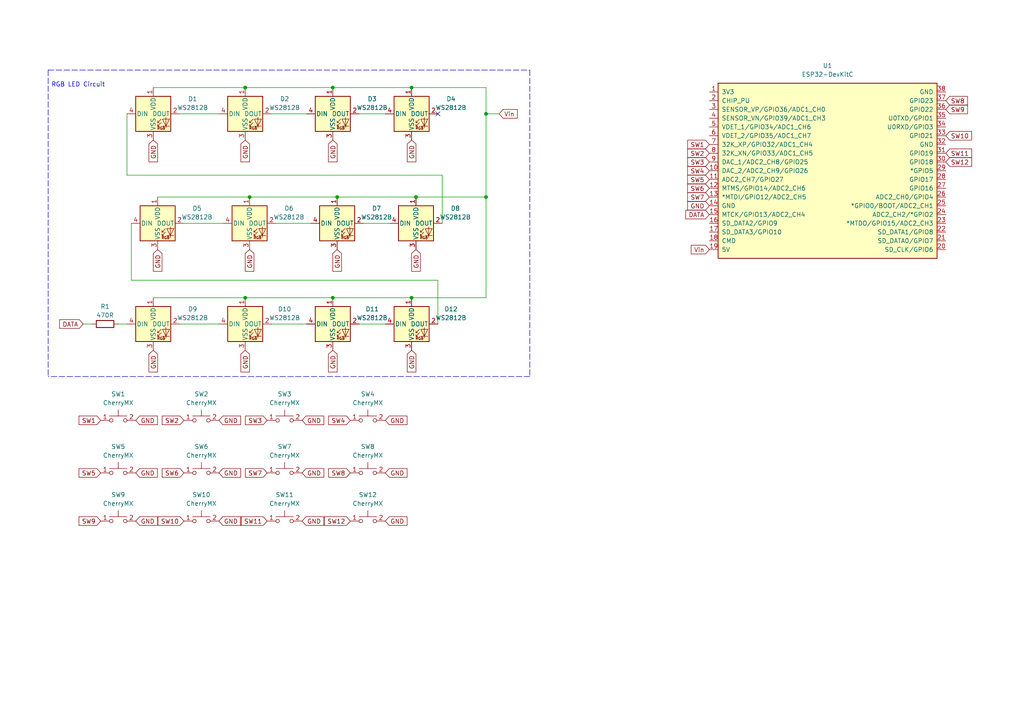
<source format=kicad_sch>
(kicad_sch (version 20211123) (generator eeschema)
  (paper "A4")
  (lib_symbols
    (symbol "CherryMX:CherryMX" (pin_names (offset 0.254))
      (property "Reference" "SW" (at 2.54 3.175 0))
      (property "Value" "CherryMX" (at 0 -1.905 0))
      (symbol "CherryMX_1_1"
        (circle (center -2.032 0) (radius 0.508))
        (polyline (pts (xy 0 1.27) (xy 0 3.048)))
        (polyline (pts (xy 2.54 1.27) (xy -2.54 1.27)))
        (circle (center 2.032 0) (radius 0.508))
        (pin passive line (at -5.08 0 0) (length 2.54) (name "~") (number "1"))
        (pin passive line (at 5.08 0 180) (length 2.54) (name "~") (number "2"))
      )
    )
    (symbol "Device:R" (pin_numbers hide) (pin_names (offset 0))
      (property "Reference" "R" (at 2.032 0 90))
      (property "Value" "R" (at 0 0 90))
      (symbol "R_0_1"
        (rectangle (start -1.016 -2.54) (end 1.016 2.54) (stroke (width 0.254)))
      )
      (symbol "R_1_1"
        (pin passive line (at 0 3.81 270) (length 1.27) (name "~") (number "1"))
        (pin passive line (at 0 -3.81 90) (length 1.27) (name "~") (number "2"))
      )
    )
    (symbol "Espressif:ESP32-DevKitC" (pin_names (offset 1.016))
      (property "Reference" "U" (at -30.48 30.48 0))
      (property "Value" "ESP32-DevKitC" (at -30.48 27.94 0))
      (symbol "ESP32-DevKitC_0_0"
        (pin power_in line (at -33.02 -10.16 0) (length 2.54) (name "GND") (number "14"))
        (pin power_in line (at -33.02 -22.86 0) (length 2.54) (name "5V") (number "19"))
      )
      (symbol "ESP32-DevKitC_0_1"
        (rectangle (start -30.48 25.4) (end 33.02 -25.4) (stroke (width 0.254)) (fill (type background)))
      )
      (symbol "ESP32-DevKitC_1_1"
        (pin power_in line (at -33.02 22.86 0) (length 2.54) (name "3V3") (number "1"))
        (pin bidirectional line (at -33.02 0 0) (length 2.54) (name "DAC_2/ADC2_CH9/GPIO26") (number "10"))
        (pin bidirectional line (at -33.02 -2.54 0) (length 2.54) (name "ADC2_CH7/GPIO27") (number "11"))
        (pin bidirectional line (at -33.02 -5.08 0) (length 2.54) (name "MTMS/GPIO14/ADC2_CH6") (number "12"))
        (pin bidirectional line (at -33.02 -7.62 0) (length 2.54) (name "*MTDI/GPIO12/ADC2_CH5") (number "13"))
        (pin bidirectional line (at -33.02 -12.7 0) (length 2.54) (name "MTCK/GPIO13/ADC2_CH4") (number "15"))
        (pin bidirectional line (at -33.02 -15.24 0) (length 2.54) (name "SD_DATA2/GPIO9") (number "16"))
        (pin bidirectional line (at -33.02 -17.78 0) (length 2.54) (name "SD_DATA3/GPIO10") (number "17"))
        (pin bidirectional line (at -33.02 -20.32 0) (length 2.54) (name "CMD") (number "18"))
        (pin input line (at -33.02 20.32 0) (length 2.54) (name "CHIP_PU") (number "2"))
        (pin bidirectional line (at 35.56 -22.86 180) (length 2.54) (name "SD_CLK/GPIO6") (number "20"))
        (pin bidirectional line (at 35.56 -20.32 180) (length 2.54) (name "SD_DATA0/GPIO7") (number "21"))
        (pin bidirectional line (at 35.56 -17.78 180) (length 2.54) (name "SD_DATA1/GPIO8") (number "22"))
        (pin bidirectional line (at 35.56 -15.24 180) (length 2.54) (name "*MTDO/GPIO15/ADC2_CH3") (number "23"))
        (pin bidirectional line (at 35.56 -12.7 180) (length 2.54) (name "ADC2_CH2/*GPIO2") (number "24"))
        (pin bidirectional line (at 35.56 -10.16 180) (length 2.54) (name "*GPIO0/BOOT/ADC2_CH1") (number "25"))
        (pin bidirectional line (at 35.56 -7.62 180) (length 2.54) (name "ADC2_CH0/GPIO4") (number "26"))
        (pin bidirectional line (at 35.56 -5.08 180) (length 2.54) (name "GPIO16") (number "27"))
        (pin bidirectional line (at 35.56 -2.54 180) (length 2.54) (name "GPIO17") (number "28"))
        (pin bidirectional line (at 35.56 0 180) (length 2.54) (name "*GPIO5") (number "29"))
        (pin input line (at -33.02 17.78 0) (length 2.54) (name "SENSOR_VP/GPIO36/ADC1_CH0") (number "3"))
        (pin bidirectional line (at 35.56 2.54 180) (length 2.54) (name "GPIO18") (number "30"))
        (pin bidirectional line (at 35.56 5.08 180) (length 2.54) (name "GPIO19") (number "31"))
        (pin power_in line (at 35.56 7.62 180) (length 2.54) (name "GND") (number "32"))
        (pin bidirectional line (at 35.56 10.16 180) (length 2.54) (name "GPIO21") (number "33"))
        (pin bidirectional line (at 35.56 12.7 180) (length 2.54) (name "U0RXD/GPIO3") (number "34"))
        (pin bidirectional line (at 35.56 15.24 180) (length 2.54) (name "U0TXD/GPIO1") (number "35"))
        (pin bidirectional line (at 35.56 17.78 180) (length 2.54) (name "GPIO22") (number "36"))
        (pin bidirectional line (at 35.56 20.32 180) (length 2.54) (name "GPIO23") (number "37"))
        (pin power_in line (at 35.56 22.86 180) (length 2.54) (name "GND") (number "38"))
        (pin input line (at -33.02 15.24 0) (length 2.54) (name "SENSOR_VN/GPIO39/ADC1_CH3") (number "4"))
        (pin input line (at -33.02 12.7 0) (length 2.54) (name "VDET_1/GPIO34/ADC1_CH6") (number "5"))
        (pin input line (at -33.02 10.16 0) (length 2.54) (name "VDET_2/GPIO35/ADC1_CH7") (number "6"))
        (pin bidirectional line (at -33.02 7.62 0) (length 2.54) (name "32K_XP/GPIO32/ADC1_CH4") (number "7"))
        (pin bidirectional line (at -33.02 5.08 0) (length 2.54) (name "32K_XN/GPIO33/ADC1_CH5") (number "8"))
        (pin bidirectional line (at -33.02 2.54 0) (length 2.54) (name "DAC_1/ADC2_CH8/GPIO25") (number "9"))
      )
    )
    (symbol "LED:WS2812B" (pin_names (offset 0.254))
      (property "Reference" "D" (at 5.08 5.715 0))
      (property "Value" "WS2812B" (at 1.27 -5.715 0))
      (symbol "WS2812B_0_0"
        (text "RGB" (at 2.286 -4.191 0) (effects (font (size 0.762 0.762))))
      )
      (symbol "WS2812B_0_1"
        (polyline (pts (xy 1.27 -3.556) (xy 1.778 -3.556)))
        (polyline (pts (xy 1.27 -2.54) (xy 1.778 -2.54)))
        (polyline (pts (xy 4.699 -3.556) (xy 2.667 -3.556)))
        (polyline (pts (xy 2.286 -2.54) (xy 1.27 -3.556) (xy 1.27 -3.048)))
        (polyline (pts (xy 2.286 -1.524) (xy 1.27 -2.54) (xy 1.27 -2.032)))
        (polyline (pts (xy 3.683 -1.016) (xy 3.683 -3.556) (xy 3.683 -4.064)))
        (polyline (pts (xy 4.699 -1.524) (xy 2.667 -1.524) (xy 3.683 -3.556) (xy 4.699 -1.524)))
        (rectangle (start 5.08 5.08) (end -5.08 -5.08) (stroke (width 0.254)) (fill (type background)))
      )
      (symbol "WS2812B_1_1"
        (pin power_in line (at 0 7.62 270) (length 2.54) (name "VDD") (number "1"))
        (pin output line (at 7.62 0 180) (length 2.54) (name "DOUT") (number "2"))
        (pin power_in line (at 0 -7.62 90) (length 2.54) (name "VSS") (number "3"))
        (pin input line (at -7.62 0 0) (length 2.54) (name "DIN") (number "4"))
      )
    )
  )
  (junction (at 71.12 86.36))
  (junction (at 96.52 86.36))
  (junction (at 119.38 25.4))
  (junction (at 119.38 86.36))
  (junction (at 120.65 57.15))
  (junction (at 72.39 57.15))
  (junction (at 71.12 25.4))
  (junction (at 97.79 57.15))
  (junction (at 96.52 25.4))
  (junction (at 140.97 57.15))
  (junction (at 140.97 33.02))
  (no_connect (at 127 33.02))
  (wire (pts (xy 96.52 86.36) (xy 119.38 86.36)))
  (wire (pts (xy 120.65 57.15) (xy 140.97 57.15)))
  (polyline (pts (xy 13.97 20.32) (xy 153.67 20.32)))
  (wire (pts (xy 144.78 33.02) (xy 140.97 33.02)))
  (wire (pts (xy 140.97 57.15) (xy 140.97 86.36)))
  (wire (pts (xy 44.45 25.4) (xy 71.12 25.4)))
  (polyline (pts (xy 13.97 20.32) (xy 13.97 109.22)))
  (wire (pts (xy 128.27 64.77) (xy 128.27 50.8)))
  (wire (pts (xy 71.12 25.4) (xy 96.52 25.4)))
  (wire (pts (xy 71.12 86.36) (xy 96.52 86.36)))
  (wire (pts (xy 127 93.98) (xy 127 81.28)))
  (wire (pts (xy 72.39 57.15) (xy 97.79 57.15)))
  (wire (pts (xy 52.07 93.98) (xy 63.5 93.98)))
  (wire (pts (xy 97.79 57.15) (xy 120.65 57.15)))
  (wire (pts (xy 104.14 33.02) (xy 111.76 33.02)))
  (wire (pts (xy 128.27 50.8) (xy 36.83 50.8)))
  (wire (pts (xy 45.72 57.15) (xy 72.39 57.15)))
  (polyline (pts (xy 153.67 20.32) (xy 153.67 109.22)))
  (wire (pts (xy 119.38 25.4) (xy 140.97 25.4)))
  (wire (pts (xy 38.1 81.28) (xy 38.1 64.77)))
  (wire (pts (xy 53.34 64.77) (xy 64.77 64.77)))
  (wire (pts (xy 36.83 50.8) (xy 36.83 33.02)))
  (wire (pts (xy 140.97 25.4) (xy 140.97 33.02)))
  (wire (pts (xy 24.13 93.98) (xy 26.67 93.98)))
  (wire (pts (xy 119.38 86.36) (xy 140.97 86.36)))
  (wire (pts (xy 44.45 86.36) (xy 71.12 86.36)))
  (wire (pts (xy 52.07 33.02) (xy 63.5 33.02)))
  (wire (pts (xy 140.97 33.02) (xy 140.97 57.15)))
  (wire (pts (xy 78.74 93.98) (xy 88.9 93.98)))
  (wire (pts (xy 78.74 33.02) (xy 88.9 33.02)))
  (wire (pts (xy 104.14 93.98) (xy 111.76 93.98)))
  (wire (pts (xy 127 81.28) (xy 38.1 81.28)))
  (polyline (pts (xy 153.67 109.22) (xy 13.97 109.22)))
  (wire (pts (xy 96.52 25.4) (xy 119.38 25.4)))
  (wire (pts (xy 34.29 93.98) (xy 36.83 93.98)))
  (wire (pts (xy 105.41 64.77) (xy 113.03 64.77)))
  (wire (pts (xy 80.01 64.77) (xy 90.17 64.77)))
  (text "RGB LED Circuit" (at 30.48 25.4 180) (effects (font (size 1.27 1.27)) (justify right bottom)))
  (global_label "SW10" (shape input) (at 274.32 39.37 0) (property "Intersheet References" "${INTERSHEET_REFS}" (effects hide)))
  (global_label "SW8" (shape input) (at 101.6 137.16 180) (property "Intersheet References" "${INTERSHEET_REFS}" (effects hide)))
  (global_label "SW2" (shape input) (at 53.34 121.92 180) (property "Intersheet References" "${INTERSHEET_REFS}" (effects hide)))
  (global_label "GND" (shape input) (at 44.45 101.6 270) (property "Intersheet References" "${INTERSHEET_REFS}" (effects hide)))
  (global_label "SW8" (shape input) (at 274.32 29.21 0) (property "Intersheet References" "${INTERSHEET_REFS}" (effects hide)))
  (global_label "SW9" (shape input) (at 29.21 151.13 180) (property "Intersheet References" "${INTERSHEET_REFS}" (effects hide)))
  (global_label "SW6" (shape input) (at 205.74 54.61 180) (property "Intersheet References" "${INTERSHEET_REFS}" (effects hide)))
  (global_label "SW12" (shape input) (at 101.6 151.13 180) (property "Intersheet References" "${INTERSHEET_REFS}" (effects hide)))
  (global_label "SW3" (shape input) (at 77.47 121.92 180) (property "Intersheet References" "${INTERSHEET_REFS}" (effects hide)))
  (global_label "GND" (shape input) (at 63.5 137.16 0) (property "Intersheet References" "${INTERSHEET_REFS}" (effects hide)))
  (global_label "GND" (shape input) (at 44.45 40.64 270) (property "Intersheet References" "${INTERSHEET_REFS}" (effects hide)))
  (global_label "GND" (shape input) (at 39.37 151.13 0) (property "Intersheet References" "${INTERSHEET_REFS}" (effects hide)))
  (global_label "SW7" (shape input) (at 77.47 137.16 180) (property "Intersheet References" "${INTERSHEET_REFS}" (effects hide)))
  (global_label "GND" (shape input) (at 120.65 72.39 270) (property "Intersheet References" "${INTERSHEET_REFS}" (effects hide)))
  (global_label "SW3" (shape input) (at 205.74 46.99 180) (property "Intersheet References" "${INTERSHEET_REFS}" (effects hide)))
  (global_label "SW2" (shape input) (at 205.74 44.45 180) (property "Intersheet References" "${INTERSHEET_REFS}" (effects hide)))
  (global_label "GND" (shape input) (at 96.52 101.6 270) (property "Intersheet References" "${INTERSHEET_REFS}" (effects hide)))
  (global_label "Vin" (shape input) (at 205.74 72.39 180) (property "Intersheet References" "${INTERSHEET_REFS}" (effects hide)))
  (global_label "SW11" (shape input) (at 77.47 151.13 180) (property "Intersheet References" "${INTERSHEET_REFS}" (effects hide)))
  (global_label "GND" (shape input) (at 119.38 101.6 270) (property "Intersheet References" "${INTERSHEET_REFS}" (effects hide)))
  (global_label "GND" (shape input) (at 72.39 72.39 270) (property "Intersheet References" "${INTERSHEET_REFS}" (effects hide)))
  (global_label "SW6" (shape input) (at 53.34 137.16 180) (property "Intersheet References" "${INTERSHEET_REFS}" (effects hide)))
  (global_label "SW12" (shape input) (at 274.32 46.99 0) (property "Intersheet References" "${INTERSHEET_REFS}" (effects hide)))
  (global_label "SW10" (shape input) (at 53.34 151.13 180) (property "Intersheet References" "${INTERSHEET_REFS}" (effects hide)))
  (global_label "GND" (shape input) (at 111.76 121.92 0) (property "Intersheet References" "${INTERSHEET_REFS}" (effects hide)))
  (global_label "GND" (shape input) (at 63.5 121.92 0) (property "Intersheet References" "${INTERSHEET_REFS}" (effects hide)))
  (global_label "SW4" (shape input) (at 101.6 121.92 180) (property "Intersheet References" "${INTERSHEET_REFS}" (effects hide)))
  (global_label "SW5" (shape input) (at 29.21 137.16 180) (property "Intersheet References" "${INTERSHEET_REFS}" (effects hide)))
  (global_label "GND" (shape input) (at 39.37 137.16 0) (property "Intersheet References" "${INTERSHEET_REFS}" (effects hide)))
  (global_label "GND" (shape input) (at 205.74 59.69 180) (property "Intersheet References" "${INTERSHEET_REFS}" (effects hide)))
  (global_label "GND" (shape input) (at 111.76 137.16 0) (property "Intersheet References" "${INTERSHEET_REFS}" (effects hide)))
  (global_label "GND" (shape input) (at 87.63 121.92 0) (property "Intersheet References" "${INTERSHEET_REFS}" (effects hide)))
  (global_label "SW1" (shape input) (at 205.74 41.91 180) (property "Intersheet References" "${INTERSHEET_REFS}" (effects hide)))
  (global_label "GND" (shape input) (at 71.12 40.64 270) (property "Intersheet References" "${INTERSHEET_REFS}" (effects hide)))
  (global_label "GND" (shape input) (at 63.5 151.13 0) (property "Intersheet References" "${INTERSHEET_REFS}" (effects hide)))
  (global_label "SW11" (shape input) (at 274.32 44.45 0) (property "Intersheet References" "${INTERSHEET_REFS}" (effects hide)))
  (global_label "GND" (shape input) (at 39.37 121.92 0) (property "Intersheet References" "${INTERSHEET_REFS}" (effects hide)))
  (global_label "GND" (shape input) (at 111.76 151.13 0) (property "Intersheet References" "${INTERSHEET_REFS}" (effects hide)))
  (global_label "GND" (shape input) (at 87.63 151.13 0) (property "Intersheet References" "${INTERSHEET_REFS}" (effects hide)))
  (global_label "GND" (shape input) (at 71.12 101.6 270) (property "Intersheet References" "${INTERSHEET_REFS}" (effects hide)))
  (global_label "DATA" (shape input) (at 24.13 93.98 180) (property "Intersheet References" "${INTERSHEET_REFS}" (effects hide)))
  (global_label "GND" (shape input) (at 45.72 72.39 270) (property "Intersheet References" "${INTERSHEET_REFS}" (effects hide)))
  (global_label "SW1" (shape input) (at 29.21 121.92 180) (property "Intersheet References" "${INTERSHEET_REFS}" (effects hide)))
  (global_label "DATA" (shape input) (at 205.74 62.23 180) (property "Intersheet References" "${INTERSHEET_REFS}" (effects hide)))
  (global_label "SW4" (shape input) (at 205.74 49.53 180) (property "Intersheet References" "${INTERSHEET_REFS}" (effects hide)))
  (global_label "SW9" (shape input) (at 274.32 31.75 0) (property "Intersheet References" "${INTERSHEET_REFS}" (effects hide)))
  (global_label "Vin" (shape input) (at 144.78 33.02 0) (property "Intersheet References" "${INTERSHEET_REFS}" (effects hide)))
  (global_label "GND" (shape input) (at 97.79 72.39 270) (property "Intersheet References" "${INTERSHEET_REFS}" (effects hide)))
  (global_label "GND" (shape input) (at 87.63 137.16 0) (property "Intersheet References" "${INTERSHEET_REFS}" (effects hide)))
  (global_label "GND" (shape input) (at 96.52 40.64 270) (property "Intersheet References" "${INTERSHEET_REFS}" (effects hide)))
  (global_label "SW5" (shape input) (at 205.74 52.07 180) (property "Intersheet References" "${INTERSHEET_REFS}" (effects hide)))
  (global_label "SW7" (shape input) (at 205.74 57.15 180) (property "Intersheet References" "${INTERSHEET_REFS}" (effects hide)))
  (global_label "GND" (shape input) (at 119.38 40.64 270) (property "Intersheet References" "${INTERSHEET_REFS}" (effects hide)))
  (symbol (lib_id "CherryMX:CherryMX") (at 82.55 121.92 0) (unit 1)
    (property "Reference" "SW3" (at 82.55 114.3 0))
    (property "Value" "CherryMX" (at 82.55 116.84 0))
  )
  (symbol (lib_id "CherryMX:CherryMX") (at 58.42 137.16 0) (unit 1)
    (property "Reference" "SW6" (at 58.42 129.54 0))
    (property "Value" "CherryMX" (at 58.42 132.08 0))
  )
  (symbol (lib_id "LED:WS2812B") (at 44.45 93.98 0) (unit 1)
    (property "Reference" "D9" (at 55.88 89.6493 0))
    (property "Value" "WS2812B" (at 55.88 92.1893 0))
    (property "Footprint" "LED_SMD:LED_WS2812B_PLCC4_5.0x5.0mm_P3.2mm" (effects hide))
    (property "Datasheet" "https://cdn-shop.adafruit.com/datasheets/WS2812B.pdf" (effects hide))
  )
  (symbol (lib_id "LED:WS2812B") (at 119.38 93.98 0) (unit 1)
    (property "Reference" "D12" (at 130.81 89.6493 0))
    (property "Value" "WS2812B" (at 130.81 92.1893 0))
    (property "Footprint" "LED_SMD:LED_WS2812B_PLCC4_5.0x5.0mm_P3.2mm" (effects hide))
    (property "Datasheet" "https://cdn-shop.adafruit.com/datasheets/WS2812B.pdf" (effects hide))
  )
  (symbol (lib_id "CherryMX:CherryMX") (at 58.42 151.13 0) (unit 1)
    (property "Reference" "SW10" (at 58.42 143.51 0))
    (property "Value" "CherryMX" (at 58.42 146.05 0))
  )
  (symbol (lib_id "LED:WS2812B") (at 96.52 93.98 0) (unit 1)
    (property "Reference" "D11" (at 107.95 89.6493 0))
    (property "Value" "WS2812B" (at 107.95 92.1893 0))
    (property "Footprint" "LED_SMD:LED_WS2812B_PLCC4_5.0x5.0mm_P3.2mm" (effects hide))
    (property "Datasheet" "https://cdn-shop.adafruit.com/datasheets/WS2812B.pdf" (effects hide))
  )
  (symbol (lib_id "Device:R") (at 30.48 93.98 90) (unit 1)
    (property "Reference" "R1" (at 30.48 88.9 90))
    (property "Value" "470R" (at 30.48 91.44 90))
  )
  (symbol (lib_id "LED:WS2812B") (at 96.52 33.02 0) (unit 1)
    (property "Reference" "D3" (at 107.95 28.6893 0))
    (property "Value" "WS2812B" (at 107.95 31.2293 0))
    (property "Footprint" "LED_SMD:LED_WS2812B_PLCC4_5.0x5.0mm_P3.2mm" (effects hide))
    (property "Datasheet" "https://cdn-shop.adafruit.com/datasheets/WS2812B.pdf" (effects hide))
  )
  (symbol (lib_id "CherryMX:CherryMX") (at 34.29 121.92 0) (unit 1)
    (property "Reference" "SW1" (at 34.29 114.3 0))
    (property "Value" "CherryMX" (at 34.29 116.84 0))
  )
  (symbol (lib_id "CherryMX:CherryMX") (at 82.55 137.16 0) (unit 1)
    (property "Reference" "SW7" (at 82.55 129.54 0))
    (property "Value" "CherryMX" (at 82.55 132.08 0))
  )
  (symbol (lib_id "CherryMX:CherryMX") (at 58.42 121.92 0) (unit 1)
    (property "Reference" "SW2" (at 58.42 114.3 0))
    (property "Value" "CherryMX" (at 58.42 116.84 0))
  )
  (symbol (lib_id "CherryMX:CherryMX") (at 34.29 137.16 0) (unit 1)
    (property "Reference" "SW5" (at 34.29 129.54 0))
    (property "Value" "CherryMX" (at 34.29 132.08 0))
  )
  (symbol (lib_id "CherryMX:CherryMX") (at 34.29 151.13 0) (unit 1)
    (property "Reference" "SW9" (at 34.29 143.51 0))
    (property "Value" "CherryMX" (at 34.29 146.05 0))
  )
  (symbol (lib_id "Espressif:ESP32-DevKitC") (at 238.76 49.53 0) (unit 1)
    (property "Reference" "U1" (at 240.03 19.05 0))
    (property "Value" "ESP32-DevKitC" (at 240.03 21.59 0))
    (property "Footprint" "Espressif:ESP32-DevKitC" (effects hide))
    (property "Datasheet" "https://docs.espressif.com/projects/esp-idf/zh_CN/latest/esp32/hw-reference/esp32/get-started-devkitc.html" (effects hide))
  )
  (symbol (lib_id "LED:WS2812B") (at 44.45 33.02 0) (unit 1)
    (property "Reference" "D1" (at 55.88 28.6893 0))
    (property "Value" "WS2812B" (at 55.88 31.2293 0))
    (property "Footprint" "LED_SMD:LED_WS2812B_PLCC4_5.0x5.0mm_P3.2mm" (effects hide))
    (property "Datasheet" "https://cdn-shop.adafruit.com/datasheets/WS2812B.pdf" (effects hide))
  )
  (symbol (lib_id "LED:WS2812B") (at 71.12 33.02 0) (unit 1)
    (property "Reference" "D2" (at 82.55 28.6893 0))
    (property "Value" "WS2812B" (at 82.55 31.2293 0))
    (property "Footprint" "LED_SMD:LED_WS2812B_PLCC4_5.0x5.0mm_P3.2mm" (effects hide))
    (property "Datasheet" "https://cdn-shop.adafruit.com/datasheets/WS2812B.pdf" (effects hide))
  )
  (symbol (lib_id "LED:WS2812B") (at 45.72 64.77 0) (unit 1)
    (property "Reference" "D5" (at 57.15 60.4393 0))
    (property "Value" "WS2812B" (at 57.15 62.9793 0))
    (property "Footprint" "LED_SMD:LED_WS2812B_PLCC4_5.0x5.0mm_P3.2mm" (effects hide))
    (property "Datasheet" "https://cdn-shop.adafruit.com/datasheets/WS2812B.pdf" (effects hide))
  )
  (symbol (lib_id "LED:WS2812B") (at 72.39 64.77 0) (unit 1)
    (property "Reference" "D6" (at 83.82 60.4393 0))
    (property "Value" "WS2812B" (at 83.82 62.9793 0))
    (property "Footprint" "LED_SMD:LED_WS2812B_PLCC4_5.0x5.0mm_P3.2mm" (effects hide))
    (property "Datasheet" "https://cdn-shop.adafruit.com/datasheets/WS2812B.pdf" (effects hide))
  )
  (symbol (lib_id "CherryMX:CherryMX") (at 106.68 137.16 0) (unit 1)
    (property "Reference" "SW8" (at 106.68 129.54 0))
    (property "Value" "CherryMX" (at 106.68 132.08 0))
  )
  (symbol (lib_id "CherryMX:CherryMX") (at 106.68 151.13 0) (unit 1)
    (property "Reference" "SW12" (at 106.68 143.51 0))
    (property "Value" "CherryMX" (at 106.68 146.05 0))
  )
  (symbol (lib_id "LED:WS2812B") (at 120.65 64.77 0) (unit 1)
    (property "Reference" "D8" (at 132.08 60.4393 0))
    (property "Value" "WS2812B" (at 132.08 62.9793 0))
    (property "Footprint" "LED_SMD:LED_WS2812B_PLCC4_5.0x5.0mm_P3.2mm" (effects hide))
    (property "Datasheet" "https://cdn-shop.adafruit.com/datasheets/WS2812B.pdf" (effects hide))
  )
  (symbol (lib_id "CherryMX:CherryMX") (at 82.55 151.13 0) (unit 1)
    (property "Reference" "SW11" (at 82.55 143.51 0))
    (property "Value" "CherryMX" (at 82.55 146.05 0))
  )
  (symbol (lib_id "CherryMX:CherryMX") (at 106.68 121.92 0) (unit 1)
    (property "Reference" "SW4" (at 106.68 114.3 0))
    (property "Value" "CherryMX" (at 106.68 116.84 0))
  )
  (symbol (lib_id "LED:WS2812B") (at 119.38 33.02 0) (unit 1)
    (property "Reference" "D4" (at 130.81 28.6893 0))
    (property "Value" "WS2812B" (at 130.81 31.2293 0))
    (property "Footprint" "LED_SMD:LED_WS2812B_PLCC4_5.0x5.0mm_P3.2mm" (effects hide))
    (property "Datasheet" "https://cdn-shop.adafruit.com/datasheets/WS2812B.pdf" (effects hide))
  )
  (symbol (lib_id "LED:WS2812B") (at 71.12 93.98 0) (unit 1)
    (property "Reference" "D10" (at 82.55 89.6493 0))
    (property "Value" "WS2812B" (at 82.55 92.1893 0))
    (property "Footprint" "LED_SMD:LED_WS2812B_PLCC4_5.0x5.0mm_P3.2mm" (effects hide))
    (property "Datasheet" "https://cdn-shop.adafruit.com/datasheets/WS2812B.pdf" (effects hide))
  )
  (symbol (lib_id "LED:WS2812B") (at 97.79 64.77 0) (unit 1)
    (property "Reference" "D7" (at 109.22 60.4393 0))
    (property "Value" "WS2812B" (at 109.22 62.9793 0))
    (property "Footprint" "LED_SMD:LED_WS2812B_PLCC4_5.0x5.0mm_P3.2mm" (effects hide))
    (property "Datasheet" "https://cdn-shop.adafruit.com/datasheets/WS2812B.pdf" (effects hide))
  )
)
</source>
